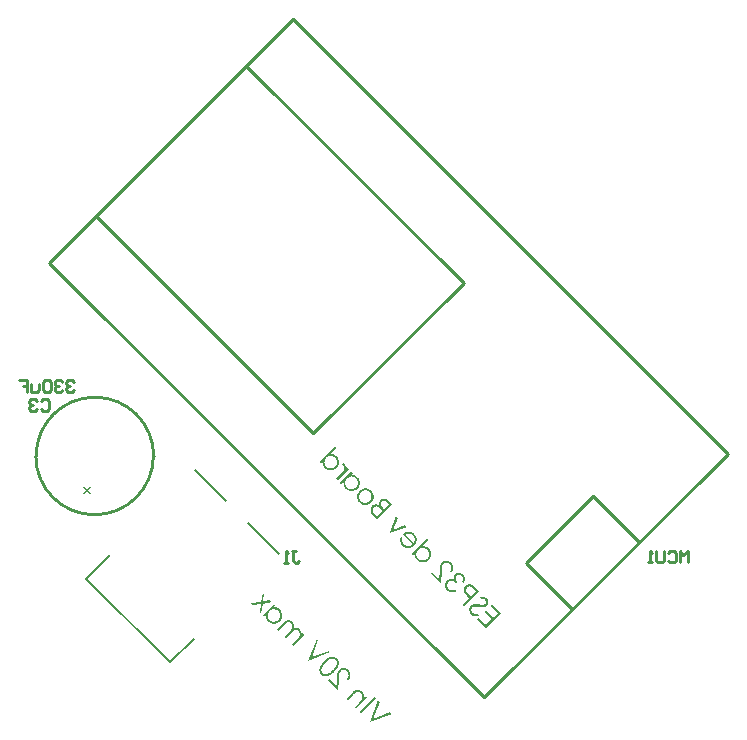
<source format=gbo>
%FSTAX23Y23*%
%MOIN*%
%SFA1B1*%

%IPPOS*%
%ADD14C,0.010000*%
%ADD55C,0.005000*%
%LNesp_board-1*%
%LPD*%
G36*
X03067Y02585D02*
X03058Y02575D01*
X03067Y02565*
X03064Y02562*
X03054Y02572*
X03044Y02562*
X03041Y02565*
X03051Y02575*
X03041Y02585*
X03044Y02588*
X03054Y02578*
X03064Y02588*
X03067Y02585*
G37*
G36*
X03886Y02716D02*
X03865Y02695D01*
X03867Y02695*
X0387*
X03872Y02695*
X03873Y02695*
X03875Y02695*
X03876Y02694*
X03877Y02694*
X03877*
X03877Y02694*
X03879Y02693*
X03881Y02692*
X03883Y02691*
X03884Y0269*
X03886Y02689*
X03887Y02689*
X03887Y02688*
X03889Y02686*
X0389Y02685*
X03891Y02683*
X03892Y02681*
X03893Y0268*
X03893Y02678*
X03894Y02677*
X03894Y02675*
X03895Y02674*
X03895Y02673*
X03895Y02671*
X03895Y0267*
X03895Y0267*
Y02669*
Y02669*
Y02668*
X03895Y02666*
X03895Y02664*
X03894Y02663*
X03894Y02661*
X03893Y02659*
X03893Y02657*
X03892Y02656*
X03891Y02655*
X0389Y02653*
X0389Y02652*
X03889Y02651*
X03888Y02651*
X03888Y0265*
X03887Y0265*
X03887Y02649*
X03887Y02649*
X03886Y02648*
X03884Y02646*
X03882Y02645*
X03881Y02644*
X03879Y02644*
X03877Y02643*
X03876Y02642*
X03874Y02642*
X03873Y02642*
X03872Y02641*
X0387Y02641*
X03869Y02641*
X03869Y02641*
X03868Y02641*
X03868*
X03868*
X03866Y02641*
X03864Y02641*
X03862Y02642*
X0386Y02642*
X03858Y02643*
X03857Y02643*
X03855Y02644*
X03854Y02645*
X03853Y02645*
X03852Y02646*
X03851Y02647*
X0385Y02647*
X03849Y02648*
X03849Y02648*
X03849Y02649*
X03847Y0265*
X03846Y02652*
X03845Y02654*
X03844Y02655*
X03843Y02657*
X03842Y02658*
X03842Y02658*
X03842Y02658*
Y02659*
X03842Y02659*
X03841Y02661*
X03841Y02663*
X03841Y02665*
X03841Y02667*
X03841Y02668*
Y0267*
X03841Y02671*
X03841Y02671*
X03834Y02665*
X0383Y02669*
X03881Y02721*
X03886Y02716*
G37*
G36*
X03909Y02664D02*
X0391Y02664D01*
X03911Y02663*
X03912Y02663*
X03913Y02663*
X03913Y02662*
X03913Y02662*
X03914Y02661*
X03915Y0266*
X03916Y02659*
X03916Y02658*
X03916Y02657*
X03917Y02656*
X03917Y02655*
Y02655*
X03917Y02654*
X03917Y02652*
Y0265*
X03917Y02649*
X03917Y02648*
X03917Y02647*
X03917Y02646*
X03917Y02646*
X03922Y02651*
X03927Y02646*
X0389Y02609*
X03885Y02614*
X03897Y02627*
X03899Y02628*
X03901Y0263*
X03902Y02631*
X03903Y02633*
X03904Y02634*
X03905Y02635*
X03906Y02636*
X03907Y02637*
X03908Y02638*
X03908Y02639*
X03909Y02639*
X03909Y0264*
X03909Y0264*
X03909Y0264*
X03909Y0264*
X0391Y02642*
X03911Y02644*
X03912Y02646*
X03912Y02647*
X03912Y02648*
X03912Y02649*
Y0265*
Y0265*
X03912Y02651*
X03912Y02653*
X03911Y02654*
X03911Y02655*
X0391Y02656*
X0391Y02656*
X0391Y02656*
X03909Y02657*
X03907Y02658*
X03907Y02658*
X03907Y02658*
X03906Y02658*
X03906Y02658*
X03908Y02665*
X03909Y02664*
G37*
G36*
X03941Y02633D02*
X03934Y02626D01*
X03936Y02626*
X03939*
X03941Y02626*
X03942Y02626*
X03944Y02626*
X03945Y02625*
X03946Y02625*
X03946*
X03946Y02625*
X03948Y02624*
X0395Y02623*
X03952Y02622*
X03953Y02621*
X03955Y0262*
X03956Y0262*
X03956Y02619*
X03958Y02617*
X03959Y02616*
X0396Y02614*
X03961Y02612*
X03962Y02611*
X03962Y02609*
X03963Y02608*
X03963Y02606*
X03964Y02605*
X03964Y02603*
X03964Y02602*
X03964Y02601*
X03964Y02601*
Y026*
Y026*
Y02599*
X03964Y02597*
X03964Y02595*
X03964Y02593*
X03963Y02592*
X03962Y0259*
X03962Y02588*
X03961Y02587*
X0396Y02585*
X0396Y02584*
X03959Y02583*
X03958Y02582*
X03957Y02581*
X03957Y02581*
X03957Y0258*
X03956Y0258*
X03956Y0258*
X03955Y02579*
X03953Y02577*
X03951Y02576*
X0395Y02575*
X03948Y02575*
X03946Y02574*
X03945Y02573*
X03943Y02573*
X03942Y02573*
X03941Y02572*
X0394Y02572*
X03939Y02572*
X03938Y02572*
X03937Y02572*
X03937*
X03937*
X03935Y02572*
X03933Y02572*
X03931Y02572*
X03929Y02573*
X03927Y02574*
X03926Y02574*
X03924Y02575*
X03923Y02576*
X03922Y02576*
X03921Y02577*
X0392Y02578*
X03919Y02578*
X03918Y02579*
X03918Y02579*
X03918Y0258*
X03916Y02581*
X03915Y02583*
X03914Y02585*
X03913Y02586*
X03912Y02588*
X03912Y02589*
X03911Y02589*
X03911Y02589*
Y0259*
X03911Y0259*
X03911Y02592*
X0391Y02594*
X0391Y02596*
X0391Y02598*
X0391Y02599*
Y02601*
X0391Y02602*
X0391Y02602*
X03903Y02596*
X03899Y026*
X03936Y02638*
X03941Y02633*
G37*
G36*
X03982Y02581D02*
X03982D01*
X03984*
X03986Y02581*
X03988Y02581*
X0399Y0258*
X03992Y02579*
X03993Y02579*
X03995Y02578*
X03996Y02577*
X03998Y02576*
X03999Y02576*
X04Y02575*
X04001Y02574*
X04001Y02574*
X04002Y02573*
X04002Y02573*
X04004Y02571*
X04005Y0257*
X04006Y02568*
X04007Y02566*
X04008Y02564*
X04008Y02563*
X04009Y02561*
X04009Y0256*
X0401Y02558*
X0401Y02557*
X0401Y02556*
X0401Y02555*
X0401Y02554*
Y02553*
X0401Y02553*
Y02553*
X0401Y02551*
X0401Y02549*
X04009Y02547*
X04009Y02545*
X04008Y02543*
X04007Y02542*
X04006Y02539*
X04005Y02538*
X04004Y02537*
X04004Y02536*
X04003Y02535*
X04003Y02535*
X04002Y02534*
X04002Y02534*
X04002Y02534*
X04Y02533*
X03999Y02531*
X03997Y0253*
X03996Y0253*
X03994Y02529*
X03992Y02528*
X03991Y02528*
X03989Y02527*
X03988Y02527*
X03987Y02526*
X03986Y02526*
X03985Y02526*
X03984*
X03983Y02526*
X03983*
X03983*
X03981Y02526*
X03979Y02526*
X03977Y02527*
X03975Y02527*
X03973Y02528*
X03972Y02528*
X0397Y02529*
X03969Y0253*
X03968Y02531*
X03966Y02531*
X03965Y02532*
X03965Y02533*
X03964Y02533*
X03964Y02534*
X03963Y02534*
X03962Y02536*
X0396Y02537*
X03959Y02539*
X03958Y02541*
X03957Y02542*
X03957Y02544*
X03956Y02546*
X03956Y02547*
X03956Y02548*
X03955Y0255*
X03955Y02551*
X03955Y02552*
X03955Y02553*
Y02553*
Y02554*
Y02554*
X03955Y02556*
X03955Y02558*
X03956Y0256*
X03956Y02561*
X03957Y02563*
X03958Y02565*
X03959Y02566*
X03959Y02567*
X0396Y02569*
X03961Y0257*
X03961Y02571*
X03962Y02571*
X03962Y02572*
X03963Y02573*
X03963Y02573*
X03963Y02573*
X03965Y02574*
X03966Y02575*
X03968Y02576*
X03969Y02577*
X03971Y02578*
X03972Y02579*
X03974Y02579*
X03975Y0258*
X03977Y0258*
X03978Y0258*
X03979Y02581*
X0398Y02581*
X03981Y02581*
X03981Y02581*
X03982*
G37*
G36*
X04046Y02547D02*
X04048Y02547D01*
X04049Y02546*
X0405Y02546*
X0405Y02546*
X04051Y02546*
X04052Y02545*
X04054Y02544*
X04056Y02543*
X04058Y02542*
X04059Y0254*
X0406Y0254*
X0406Y02539*
X04071Y02528*
X04021Y02478*
X04007Y02492*
X04006Y02493*
X04005Y02495*
X04004Y02496*
X04003Y02497*
X04002Y02499*
X04001Y025*
X04001Y02501*
X04Y02503*
X04Y02504*
X04Y02505*
X04Y02506*
X04Y02506*
X04Y02507*
Y02508*
X03999Y02508*
Y02508*
Y02509*
X04Y02511*
X04Y02512*
X04Y02514*
X04001Y02515*
X04001Y02516*
X04002Y02518*
X04003Y0252*
X04004Y02521*
X04004Y02521*
X04005Y02522*
X04005Y02522*
X04005Y02522*
X04005Y02523*
X04006Y02524*
X04008Y02525*
X04009Y02525*
X0401Y02526*
X04011Y02526*
X04011Y02527*
X04012Y02527*
X04012*
X04013Y02527*
X04015Y02528*
X04016Y02528*
X04017Y02528*
X04018Y02528*
X04019*
X04019Y02528*
X0402*
X04021Y02528*
X04023Y02527*
X04024Y02527*
X04026Y02526*
X04027Y02526*
X04028Y02526*
X04029Y02525*
X04029*
X04029Y02525*
X04028Y02527*
X04028Y02529*
X04028Y0253*
Y02532*
X04028Y02533*
X04028Y02533*
X04028Y02534*
X04028Y02534*
X04029Y02536*
X0403Y02537*
X0403Y02539*
X04031Y0254*
X04032Y02541*
X04032Y02542*
X04033Y02542*
X04033Y02542*
X04034Y02543*
X04036Y02544*
X04037Y02545*
X04038Y02546*
X0404Y02546*
X04041Y02546*
X04041Y02547*
X04041Y02547*
X04043Y02547*
X04045Y02547*
X04046Y02547*
G37*
G36*
X04129Y02437D02*
X04131Y02437D01*
X04133Y02436*
X04135Y02436*
X04137Y02435*
X04138Y02434*
X0414Y02433*
X04141Y02433*
X04143Y02432*
X04144Y02431*
X04145Y0243*
X04145Y0243*
X04146Y02429*
X04146Y02429*
X04148Y02427*
X04149Y02425*
X0415Y02423*
X04151Y02422*
X04152Y0242*
X04153Y02418*
X04153Y02416*
X04154Y02415*
X04154Y02413*
X04154Y02412*
X04154Y0241*
Y02409*
Y02408*
Y02408*
X04154Y02407*
Y02407*
X04154Y02405*
X04153Y02404*
X04153Y02402*
X04152Y024*
X04151Y02397*
X04149Y02395*
X04149Y02394*
X04148Y02393*
X04147Y02392*
X04147Y02391*
X04146Y02391*
X04146Y0239*
X04146Y0239*
X04146Y0239*
X04144Y02389*
X04143Y02388*
X04141Y02387*
X0414Y02386*
X04137Y02384*
X04135Y02384*
X04134Y02383*
X04132Y02383*
X04131Y02383*
X0413Y02382*
X04129Y02382*
X04128Y02382*
X04128Y02382*
X04127Y02382*
X04127*
X04125Y02382*
X04123Y02382*
X04121Y02382*
X04119Y02383*
X04118Y02383*
X04116Y02384*
X04114Y02385*
X04113Y02386*
X04112Y02386*
X04111Y02387*
X04109Y02388*
X04109Y02389*
X04108Y02389*
X04107Y0239*
X04107Y0239*
X04106Y02392*
X04104Y02393*
X04103Y02395*
X04102Y02396*
X04102Y02397*
X04101Y02398*
X04101Y02398*
X04101Y02399*
X041Y024*
X041Y02402*
X04099Y02404*
X04099Y02405*
X04099Y02406*
X04099Y02407*
Y02408*
X04099Y02408*
Y0241*
X04099Y02412*
X04099Y02414*
X04099Y02415*
X041Y02417*
X041Y02418*
X041Y02419*
Y02419*
X041Y02419*
X04107Y02417*
X04106Y02415*
X04106Y02413*
X04106Y02412*
X04105Y0241*
Y02409*
Y02408*
Y02408*
Y02408*
X04106Y02406*
X04106Y02405*
X04106Y02404*
X04106Y02403*
X04107Y02402*
X04107Y02401*
X04107Y02401*
X04107Y02401*
X04108Y02399*
X04109Y02398*
X0411Y02397*
X0411Y02396*
X04111Y02395*
X04111Y02395*
X04112Y02394*
X04113Y02393*
X04114Y02392*
X04117Y02391*
X04119Y0239*
X04121Y02389*
X04123Y02389*
X04124Y02388*
X04125Y02388*
X04125Y02388*
X04126*
X04126*
X04126*
X04127Y02388*
X04129Y02389*
X0413Y02389*
X04132Y02389*
X04134Y0239*
X04136Y02391*
X04138Y02393*
X04139Y02393*
X04139Y02394*
X0414Y02394*
X0414Y02394*
X04141Y02395*
X04141Y02395*
X04107Y02428*
X04109Y0243*
X0411Y02431*
X04113Y02433*
X04114Y02434*
X04116Y02434*
X04117Y02435*
X04118Y02435*
X04119Y02436*
X04121Y02436*
X04122Y02436*
X04122Y02436*
X04123Y02437*
X04124Y02437*
X04124Y02437*
X04124*
X04126Y02437*
X04129Y02437*
G37*
G36*
X04091Y02483D02*
X04076Y02443D01*
X04116Y02458*
X04121Y02453*
X04066Y02433*
X04065Y02434*
X04085Y02488*
X04091Y02483*
G37*
G36*
X04253Y0234D02*
X04255Y0234D01*
X04256Y0234*
X04258Y0234*
X04259Y02339*
X0426Y02339*
X04262Y02338*
X04264Y02337*
X04265Y02336*
X04266Y02336*
X04267Y02335*
X04267Y02335*
X04268Y02334*
X04269Y02333*
X0427Y02332*
X04271Y02331*
X04272Y02329*
X04273Y02328*
X04274Y02325*
X04274Y02324*
X04275Y02323*
X04275Y02321*
X04275Y0232*
X04275Y02319*
X04276Y02319*
X04276Y02318*
Y02317*
Y02317*
Y02317*
X04276Y02315*
X04275Y02313*
X04275Y02312*
X04274Y0231*
X04274Y02309*
X04273Y02307*
X04272Y02305*
X04271Y02304*
X04271Y02303*
X0427Y02302*
X0427Y02301*
X04269Y02301*
X04269Y023*
X04269Y023*
X04268Y023*
X04264Y02305*
X04265Y02307*
X04267Y02309*
X04268Y02311*
X04268Y02313*
X04269Y02315*
X04269Y02316*
X04269Y02317*
Y02317*
X04269Y0232*
X04268Y02322*
X04267Y02324*
X04267Y02325*
X04266Y02327*
X04265Y02328*
X04265Y02328*
X04264Y02329*
X04262Y0233*
X04261Y02331*
X04259Y02332*
X04257Y02333*
X04256Y02333*
X04254Y02333*
X04254Y02333*
X04253*
X04251Y02333*
X04249Y02333*
X04247Y02332*
X04246Y02331*
X04244Y0233*
X04244Y0233*
X04243Y02329*
X04243Y02329*
X04243Y02329*
X04243Y02329*
X04242Y02328*
X04241Y02326*
X0424Y02325*
X04239Y02324*
X04239Y02323*
X04238Y02322*
X04238Y02321*
X04238Y02321*
X04238Y0232*
X04238Y02319*
X04237Y02316*
X04237Y02313*
X04237Y02311*
X04237Y02308*
X04237Y02307*
X04237Y02306*
Y02305*
Y02304*
X04237Y02304*
Y02304*
X04235Y02264*
X04201Y02298*
X04206Y02303*
X04229Y0228*
X0423Y02306*
X0423Y02308*
X0423Y0231*
X0423Y02312*
X0423Y02314*
X04231Y02315*
X04231Y02317*
X04231Y02319*
X04231Y02321*
X04231Y02321*
X04232Y02322*
X04232Y02323*
X04232Y02323*
X04232Y02324*
Y02324*
X04232Y02324*
X04233Y02326*
X04234Y02328*
X04235Y0233*
X04236Y02331*
X04237Y02332*
X04237Y02333*
X04238Y02334*
X04238Y02334*
X04238Y02334*
X04238Y02334*
X04239Y02335*
X0424Y02336*
X04243Y02338*
X04245Y02339*
X04248Y02339*
X04249Y0234*
X0425Y0234*
X04251Y0234*
X04251Y0234*
X04252*
X04253*
X04253Y0234*
X04253*
G37*
G36*
X04193Y02409D02*
X04171Y02388D01*
X04174Y02388*
X04176*
X04178Y02388*
X0418Y02388*
X04182Y02388*
X04183Y02388*
X04184Y02387*
X04184*
X04184Y02387*
X04186Y02387*
X04188Y02386*
X0419Y02385*
X04191Y02384*
X04192Y02383*
X04193Y02382*
X04194Y02381*
X04195Y0238*
X04197Y02378*
X04198Y02376*
X04199Y02375*
X04199Y02373*
X042Y02372*
X04201Y0237*
X04201Y02368*
X04201Y02367*
X04201Y02366*
X04202Y02365*
X04202Y02364*
X04202Y02363*
Y02362*
Y02362*
Y02362*
X04202Y0236*
X04202Y02358*
X04201Y02356*
X04201Y02354*
X042Y02352*
X04199Y02351*
X04199Y02349*
X04198Y02348*
X04197Y02347*
X04196Y02346*
X04196Y02345*
X04195Y02344*
X04194Y02343*
X04194Y02343*
X04194Y02343*
X04194Y02342*
X04192Y02341*
X04191Y0234*
X04189Y02339*
X04187Y02338*
X04186Y02337*
X04184Y02336*
X04182Y02336*
X04181Y02335*
X0418Y02335*
X04178Y02335*
X04177Y02334*
X04176Y02334*
X04175Y02334*
X04175Y02334*
X04174*
X04174*
X04172Y02334*
X0417Y02334*
X04168Y02335*
X04167Y02335*
X04165Y02336*
X04163Y02337*
X04162Y02337*
X04161Y02338*
X04159Y02339*
X04158Y02339*
X04157Y0234*
X04157Y02341*
X04156Y02341*
X04156Y02342*
X04155Y02342*
X04154Y02344*
X04152Y02345*
X04151Y02347*
X0415Y02349*
X0415Y0235*
X04149Y02351*
X04149Y02351*
X04149Y02352*
Y02352*
X04149Y02352*
X04148Y02354*
X04148Y02356*
X04148Y02358*
X04147Y0236*
X04147Y02362*
Y02363*
X04147Y02364*
X04147Y02364*
X04141Y02358*
X04136Y02363*
X04188Y02414*
X04193Y02409*
G37*
G36*
X04295Y023D02*
X04296Y023D01*
X04298Y02299*
X04299Y02299*
X04299Y02299*
X04299*
X04299Y02299*
X04301Y02298*
X04303Y02298*
X04305Y02297*
X04306Y02296*
X04307Y02295*
X04308Y02294*
X0431Y02293*
X0431Y02291*
X04312Y02289*
X04313Y02287*
X04314Y02285*
X04314Y02283*
X04314Y02283*
X04314Y02282*
X04314Y02282*
X04314Y02281*
Y02281*
Y02281*
Y02278*
X04314Y02275*
X04313Y02273*
X04313Y02271*
X04312Y02269*
X04311Y02268*
X04311Y02267*
X04311Y02267*
X04311Y02266*
X0431Y02266*
X0431Y02266*
X04305Y02271*
X04306Y02273*
X04307Y02275*
X04307Y02277*
X04307Y02278*
X04307Y0228*
Y0228*
Y02281*
Y02281*
X04307Y02283*
X04307Y02284*
X04306Y02285*
X04305Y02287*
X04305Y02287*
X04304Y02288*
X04304Y02289*
X04302Y0229*
X04301Y02291*
X04299Y02292*
X04298Y02292*
X04296Y02293*
X04296Y02293*
X04295*
X04295Y02293*
X04293Y02293*
X04291Y02292*
X0429Y02292*
X04289Y02291*
X04288Y02291*
X04287Y0229*
X04287Y0229*
X04286Y0229*
X04286Y0229*
X04286Y02289*
X04285Y02288*
X04285Y02287*
X04284Y02286*
X04284Y02285*
X04284Y02285*
X04284Y02285*
Y02284*
X04283Y02283*
X04284Y02282*
X04284Y02281*
X04284Y0228*
X04284Y02279*
X04284Y02278*
X04285Y02277*
X04285Y02277*
X04285Y02276*
X04286Y02274*
X04287Y02273*
X04288Y02272*
X04289Y02271*
X04289Y0227*
X0429Y0227*
X04285Y02265*
X04283Y02267*
X04281Y02269*
X04279Y0227*
X04278Y02271*
X04276Y02271*
X04276Y02272*
X04275Y02272*
X04275Y02272*
X04273Y02273*
X04272Y02273*
X0427Y02273*
X04269*
X04268Y02273*
X04267Y02273*
X04267Y02273*
X04266*
X04265Y02272*
X04264Y02272*
X04262Y02271*
X04261Y0227*
X0426Y0227*
X0426Y02269*
X04259Y02269*
X04259Y02269*
X04258Y02268*
X04258Y02267*
X04257Y02265*
X04256Y02263*
X04255Y02262*
X04255Y0226*
X04255Y02259*
X04255Y02258*
Y02258*
Y02258*
X04255Y02255*
X04256Y02253*
X04257Y02251*
X04258Y02249*
X04259Y02248*
X04259Y02247*
X0426Y02247*
X0426Y02246*
X0426Y02246*
X04262Y02244*
X04264Y02243*
X04266Y02242*
X04268Y02241*
X04269Y02241*
X0427Y02241*
X04271Y02241*
X04271Y02241*
X04273Y02241*
X04275Y02241*
X04276Y02242*
X04278Y02242*
X0428Y02243*
X04281Y02243*
X04281Y02244*
X04282Y02244*
X04282Y02244*
X04282Y02244*
X04287Y02239*
X04285Y02238*
X04284Y02237*
X04282Y02236*
X04281Y02236*
X04279Y02235*
X04278Y02235*
X04276Y02234*
X04275Y02234*
X04274Y02234*
X04273Y02234*
X04272*
X04272Y02234*
X04271*
X04271*
X0427*
X0427*
X04269Y02234*
X04267Y02234*
X04264Y02235*
X04262Y02236*
X0426Y02238*
X04258Y02239*
X04257Y02239*
X04257Y0224*
X04256Y0224*
X04256Y02241*
X04254Y02243*
X04253Y02245*
X04251Y02246*
X04251Y02248*
X0425Y02249*
X04249Y02251*
X04249Y02251*
X04249Y02251*
Y02252*
X04249Y02252*
X04249Y02254*
X04248Y02256*
X04248Y02258*
X04248Y0226*
X04248Y02262*
X04249Y02263*
X04249Y02264*
Y02264*
X04249Y02264*
X0425Y02266*
X0425Y02268*
X04251Y0227*
X04252Y02271*
X04253Y02273*
X04254Y02274*
X04254Y02274*
X04255Y02274*
X04255Y02274*
X04255Y02274*
X04256Y02275*
X04257Y02276*
X04259Y02277*
X04261Y02278*
X04263Y02279*
X04264Y02279*
X04266Y0228*
X04266Y0228*
X04267Y0228*
X04267*
X04267*
X04269Y0228*
X04271Y0228*
X04273Y0228*
X04274Y02279*
X04275Y02279*
X04276Y02279*
X04277Y02278*
X04277*
X04277Y02278*
X04277Y0228*
X04277Y02282*
Y02284*
Y02285*
X04277Y02287*
X04277Y02288*
X04278Y02289*
X04278Y02291*
X04279Y02292*
X0428Y02293*
X0428Y02294*
X04281Y02294*
X04281Y02295*
X04281Y02295*
X04281Y02295*
X04282Y02296*
X04284Y02297*
X04285Y02298*
X04286Y02298*
X04288Y02299*
X04288Y02299*
X04289Y02299*
X04289Y02299*
X04291Y023*
X04293Y023*
X04295*
G37*
G36*
X04332Y02261D02*
X04334Y02261D01*
X04336Y0226*
X04337Y0226*
X04338Y02259*
X04339Y02259*
X04339Y02259*
X04339Y02259*
X04339Y02259*
X0434Y02258*
X04341Y02258*
X04342Y02257*
X04343Y02256*
X04345Y02255*
X04347Y02253*
X04349Y02251*
X04361Y02238*
X04311Y02188*
X04306Y02193*
X04329Y02216*
X04323Y02223*
X04321Y02224*
X0432Y02226*
X04319Y02227*
X04318Y02228*
X04317Y02229*
X04316Y0223*
X04316Y02231*
X04315Y02232*
X04315Y02232*
X04314Y02232*
X04314Y02233*
X04314Y02233*
X04314Y02233*
X04313Y02236*
X04312Y02238*
X04311Y0224*
X04311Y02241*
X04311Y02243*
X04311Y02244*
X04311Y02245*
Y02245*
X04311Y02247*
X04312Y02249*
X04313Y02251*
X04314Y02253*
X04315Y02254*
X04315Y02255*
X04316Y02255*
X04316Y02256*
X04316Y02256*
X04317Y02256*
X04317Y02256*
X04319Y02258*
X04321Y02259*
X04322Y0226*
X04324Y02261*
X04326Y02261*
X04327Y02261*
X04327Y02262*
X04328*
X0433Y02262*
X04332Y02261*
G37*
G36*
X04374Y0222D02*
X04375D01*
X04377Y0222*
X04378Y0222*
X04379Y0222*
X04379Y0222*
X04381Y02219*
X04382Y02218*
X04384Y02217*
X04385Y02217*
X04386Y02216*
X04387Y02215*
X04387Y02215*
X04389Y02213*
X0439Y02212*
X0439Y02211*
X04391Y0221*
X04391Y02208*
X04392Y02208*
X04392Y02207*
X04392Y02207*
X04392Y02205*
X04393Y02204*
X04393Y02202*
X04393Y02201*
X04392Y022*
X04392Y02199*
X04392Y02198*
X04392Y02198*
X04392Y02197*
X04391Y02195*
X0439Y02194*
X04389Y02193*
X04389Y02192*
X04388Y02191*
X04388Y02191*
X04388Y02191*
X04386Y02189*
X04384Y02188*
X04383Y02187*
X04381Y02187*
X0438Y02186*
X04378Y02186*
X04378Y02186*
X04378*
X04377Y02186*
X04377Y02186*
X04376*
X04375*
X04374*
X04371Y02186*
X04369Y02186*
X04366Y02186*
X04365Y02186*
X04364Y02186*
X04364Y02187*
X04363Y02187*
X04363Y02187*
X04363*
X04361Y02187*
X04359Y02187*
X04357Y02187*
X04355Y02187*
X04354Y02188*
X04353*
X04351*
X0435*
X04348Y02187*
X04347Y02187*
X04346Y02187*
X04346*
X04346Y02187*
X04344Y02187*
X04343Y02186*
X04342Y02186*
X04341Y02185*
X0434Y02185*
X0434Y02184*
X04339Y02184*
X04339Y02184*
X04339Y02183*
X04338Y02182*
X04337Y02181*
X04337Y0218*
X04337Y0218*
X04336Y02179*
X04336Y02179*
Y02178*
X04336Y02177*
X04336Y02176*
Y02175*
X04336Y02174*
X04336Y02173*
X04336Y02173*
X04337Y02172*
Y02172*
X04337Y02171*
X04338Y0217*
X04338Y02169*
X04339Y02168*
X04339Y02167*
X0434Y02167*
X0434Y02166*
X04341Y02165*
X04343Y02164*
X04344Y02164*
X04346Y02163*
X04347Y02163*
X04349Y02163*
X04352Y02163*
X04353Y02163*
X04355Y02163*
X04356Y02163*
X04357Y02164*
X04358Y02164*
X04358Y02164*
X04359Y02164*
X04359*
X04361Y02157*
X04357Y02156*
X04354Y02156*
X04352Y02156*
X0435Y02155*
X04348Y02156*
X04347Y02156*
X04346Y02156*
X04346Y02156*
X04346Y02156*
X04343Y02156*
X04341Y02157*
X04339Y02158*
X04338Y02159*
X04337Y0216*
X04336Y02161*
X04335Y02161*
X04335Y02162*
X04334Y02163*
X04333Y02164*
X04331Y02166*
X0433Y02169*
X0433Y02171*
X04329Y02173*
X04329Y02174*
X04329Y02174*
X04329Y02175*
Y02176*
Y02176*
Y02176*
Y02177*
X04329Y02179*
X04329Y0218*
X04329Y02181*
X0433Y02184*
X04331Y02186*
X04332Y02187*
X04333Y02188*
X04333Y02189*
X04333Y02189*
X04334Y02189*
X04334Y02189*
X04334Y0219*
X04336Y02191*
X04337Y02192*
X04339Y02193*
X0434Y02193*
X04342Y02194*
X04343Y02194*
X04344Y02194*
X04344*
X04344Y02195*
X04345Y02195*
X04347Y02195*
X04349Y02195*
X04352*
X04355Y02195*
X04358Y02195*
X04359Y02195*
X0436Y02194*
X0436Y02194*
X04361Y02194*
X04361Y02194*
X04362*
X04363Y02194*
X04365Y02194*
X04366Y02194*
X04367Y02193*
X04369Y02193*
X04369Y02193*
X04371Y02193*
X04372Y02193*
X04373Y02193*
X04373*
X04373*
X04374Y02193*
X04376Y02193*
X04377Y02193*
X04377Y02193*
X04378Y02193*
X04379Y02193*
X04379*
X04379Y02194*
X04381Y02194*
X04382Y02195*
X04382Y02195*
X04383Y02196*
X04383Y02196*
X04383Y02196*
X04384Y02197*
X04384Y02198*
X04385Y02199*
X04385Y022*
X04385Y02201*
X04385Y02202*
Y02202*
Y02203*
X04385Y02204*
X04385Y02205*
X04384Y02206*
X04384Y02207*
X04383Y02208*
X04383Y02209*
X04382Y02209*
X04381Y0221*
X0438Y02211*
X04379Y02211*
X04379Y02212*
X04378Y02212*
X04377Y02212*
X04377Y02213*
X04377*
X04375Y02213*
X04374Y02213*
X04372*
X04371Y02213*
X04369Y02213*
X04368Y02213*
X04367Y02212*
X04367Y02213*
X04367Y02212*
X04366Y0222*
X04369Y0222*
X04371Y0222*
X04374Y0222*
G37*
G36*
X04434Y02166D02*
X04384Y02116D01*
X04355Y02144*
X0436Y02149*
X04383Y02125*
X04403Y02145*
X0438Y02169*
X04385Y02174*
X04408Y0215*
X04424Y02166*
X044Y0219*
X04405Y02195*
X04434Y02166*
G37*
G36*
X03646Y02228D02*
X03642Y02204D01*
X03665Y02208*
X03671Y02202*
X03641Y02197*
X03635Y02164*
X0363Y02169*
X03634Y02196*
X03607Y02192*
X03601Y02198*
X03635Y02203*
X0364Y02233*
X03646Y02228*
G37*
G36*
X03682Y02191D02*
X03676Y02184D01*
X03678Y02184*
X0368*
X03682Y02184*
X03684Y02184*
X03686Y02184*
X03687Y02184*
X03688Y02183*
X03688*
X03688Y02183*
X0369Y02183*
X03692Y02182*
X03694Y02181*
X03695Y0218*
X03696Y02179*
X03697Y02178*
X03698Y02177*
X037Y02176*
X03701Y02174*
X03702Y02172*
X03703Y02171*
X03703Y02169*
X03704Y02167*
X03705Y02166*
X03705Y02164*
X03705Y02163*
X03706Y02162*
X03706Y02161*
X03706Y0216*
X03706Y02159*
Y02158*
Y02158*
Y02158*
X03706Y02156*
X03706Y02154*
X03705Y02152*
X03705Y0215*
X03704Y02148*
X03703Y02147*
X03703Y02145*
X03702Y02144*
X03701Y02143*
X037Y02142*
X037Y02141*
X03699Y0214*
X03699Y02139*
X03698Y02139*
X03698Y02138*
X03698Y02138*
X03696Y02137*
X03695Y02136*
X03693Y02135*
X03691Y02134*
X0369Y02133*
X03688Y02132*
X03687Y02132*
X03685Y02131*
X03684Y02131*
X03682Y0213*
X03681Y0213*
X0368Y0213*
X0368Y0213*
X03679Y0213*
X03679*
X03678*
X03676Y0213*
X03674Y0213*
X03672Y02131*
X03671Y02131*
X03669Y02132*
X03667Y02132*
X03666Y02133*
X03665Y02134*
X03663Y02135*
X03662Y02135*
X03661Y02136*
X03661Y02137*
X0366Y02137*
X0366Y02137*
X03659Y02138*
X03658Y0214*
X03656Y02141*
X03655Y02143*
X03654Y02145*
X03654Y02146*
X03653Y02147*
X03653Y02147*
X03653Y02148*
Y02148*
X03653Y02148*
X03652Y0215*
X03652Y02152*
X03652Y02154*
X03652Y02156*
X03651Y02158*
Y02159*
X03652Y0216*
X03651Y0216*
X03645Y02154*
X0364Y02159*
X03678Y02196*
X03682Y02191*
G37*
G36*
X03728Y02142D02*
X03729Y02142D01*
X03729*
X0373Y02142*
X03731Y02141*
X03733Y0214*
X03735Y0214*
X03736Y02139*
X03737Y02138*
X03738Y02137*
X03738Y02137*
X0374Y02135*
X03741Y02133*
X03742Y02132*
X03743Y0213*
X03743Y02129*
X03744Y02128*
X03744Y02127*
Y02127*
X03744Y02127*
X03744Y02125*
X03744Y02122*
Y0212*
X03744Y02118*
X03744Y02117*
X03743Y02115*
X03743Y02115*
Y02115*
X03743Y02114*
X03743Y02114*
X03745Y02115*
X03746Y02115*
X03747Y02116*
X03749Y02116*
X0375Y02116*
X0375Y02116*
X03751Y02117*
X03751*
X03752*
X03753*
X03754Y02116*
X03755Y02116*
X03756Y02116*
X03757Y02116*
X03757Y02115*
X03758*
X03759Y02115*
X0376Y02114*
X03761Y02114*
X03762Y02113*
X03763Y02112*
X03763Y02112*
X03764Y02111*
X03765Y0211*
X03766Y02108*
X03767Y02107*
X03768Y02105*
X03769Y02104*
X03769Y02103*
X03769Y02102*
Y02102*
X03769Y02102*
X0377Y021*
X0377Y02098*
Y02096*
X0377Y02095*
X03769Y02093*
X03769Y02092*
X03769Y02092*
Y02091*
X03776Y02098*
X0378Y02093*
X03743Y02056*
X03738Y02061*
X03754Y02076*
X03755Y02078*
X03756Y02079*
X03758Y0208*
X03758Y02081*
X03759Y02082*
X0376Y02083*
X03761Y02084*
X03761Y02085*
X03762Y02085*
X03762Y02086*
X03762Y02087*
X03763Y02087*
X03763Y02087*
X03763Y02088*
X03763Y02088*
X03764Y0209*
X03764Y02092*
X03764Y02093*
X03765Y02095*
X03764Y02096*
X03764Y02097*
Y02097*
X03764Y02098*
X03764Y02099*
X03763Y02101*
X03763Y02102*
X03762Y02104*
X03761Y02105*
X03761Y02105*
X0376Y02106*
X03759Y02107*
X03758Y02108*
X03757Y02108*
X03756Y02109*
X03755Y02109*
X03754Y02109*
X03754Y02109*
X03754*
X03752Y02109*
X03751*
X0375Y02109*
X03749Y02109*
X03748Y02109*
X03747Y02109*
X03747Y02109*
X03747Y02108*
X03746Y02108*
X03745Y02108*
X03744Y02107*
X03742Y02105*
X03741Y02104*
X03739Y02102*
X03738Y02102*
X03738Y02101*
X03737Y02101*
X03737Y021*
X03737Y021*
X03737Y021*
X03718Y02081*
X03713Y02086*
X03728Y021*
X03729Y02102*
X0373Y02103*
X03731Y02105*
X03732Y02106*
X03733Y02107*
X03734Y02108*
X03735Y02109*
X03736Y0211*
X03736Y02111*
X03737Y02111*
X03737Y02112*
X03737Y02112*
X03737Y02113*
X03738Y02113*
X03738Y02113*
X03738Y02115*
X03739Y02117*
X03739Y02118*
X03739Y0212*
Y02121*
X03739Y02122*
Y02123*
X03739Y02123*
X03739Y02125*
X03738Y02126*
X03737Y02128*
X03737Y02129*
X03736Y0213*
X03735Y02131*
X03735Y02131*
X03734Y02132*
X03733Y02133*
X03731Y02134*
X03731Y02134*
X0373Y02134*
X03729Y02135*
X03729Y02135*
X03728*
X03727Y02135*
X03726*
X03725Y02135*
X03724Y02135*
X03723Y02134*
X03722Y02134*
X03722Y02134*
X03722Y02134*
X03721Y02134*
X03721Y02133*
X03719Y02132*
X03718Y02131*
X03716Y0213*
X03715Y02129*
X03714Y02128*
X03714Y02128*
X03713Y02127*
X03713Y02127*
X03713Y02127*
X03713Y02127*
X03693Y02107*
X03688Y02111*
X03708Y02132*
X03709Y02133*
X03711Y02134*
X03712Y02135*
X03713Y02136*
X03714Y02137*
X03715Y02137*
X03716Y02138*
X03716Y02139*
X03717Y02139*
X03718Y0214*
X03719Y0214*
X03719Y0214*
X03719Y0214*
X0372Y0214*
X0372Y02141*
X03722Y02141*
X03723Y02142*
X03725Y02142*
X03727Y02142*
X03728*
G37*
G36*
X03826Y02074D02*
X03804Y02018D01*
X0386Y0204*
X03865Y02035*
X03793Y02006*
X03792Y02007*
X03821Y02079*
X03826Y02074*
G37*
G36*
X03911Y01983D02*
X03912Y01983D01*
X03914Y01982*
X03915Y01982*
X03917Y01982*
X03918Y01981*
X03919Y01981*
X03922Y01979*
X03923Y01979*
X03924Y01978*
X03924Y01977*
X03925Y01977*
X03926Y01977*
X03926Y01976*
X03928Y01974*
X03929Y01973*
X03929Y01972*
X0393Y0197*
X03932Y01967*
X03932Y01966*
X03932Y01965*
X03933Y01964*
X03933Y01963*
X03933Y01962*
X03933Y01961*
X03933Y0196*
Y0196*
Y01959*
Y01959*
X03933Y01957*
X03933Y01956*
X03933Y01954*
X03932Y01953*
X03932Y01951*
X03931Y0195*
X0393Y01947*
X03929Y01946*
X03928Y01945*
X03928Y01944*
X03927Y01944*
X03927Y01943*
X03926Y01943*
X03926Y01942*
X03926Y01942*
X03921Y01947*
X03923Y01949*
X03924Y01952*
X03925Y01954*
X03926Y01956*
X03926Y01957*
X03927Y01958*
X03927Y01959*
Y0196*
X03926Y01962*
X03926Y01964*
X03925Y01966*
X03924Y01968*
X03923Y01969*
X03923Y0197*
X03922Y0197*
X03922Y01971*
X0392Y01972*
X03918Y01974*
X03916Y01974*
X03915Y01975*
X03913Y01975*
X03912Y01975*
X03911Y01976*
X03911*
X03909Y01975*
X03907Y01975*
X03905Y01974*
X03903Y01974*
X03902Y01973*
X03901Y01972*
X03901Y01972*
X03901Y01972*
X039Y01971*
X039Y01971*
X03899Y0197*
X03898Y01969*
X03897Y01967*
X03897Y01966*
X03896Y01965*
X03896Y01964*
X03896Y01963*
X03896Y01963*
X03896Y01962*
X03895Y01961*
X03895Y01959*
X03895Y01956*
X03894Y01953*
X03894Y0195*
X03894Y01949*
X03894Y01948*
Y01947*
Y01947*
X03894Y01946*
Y01946*
X03893Y01906*
X03858Y01941*
X03863Y01945*
X03887Y01922*
X03887Y01948*
X03888Y0195*
X03888Y01952*
X03888Y01954*
X03888Y01956*
X03888Y01958*
X03888Y01959*
X03889Y01962*
X03889Y01963*
X03889Y01964*
X03889Y01964*
X03889Y01965*
X0389Y01966*
X0389Y01966*
Y01966*
X0389Y01966*
X0389Y01968*
X03891Y0197*
X03892Y01972*
X03893Y01973*
X03894Y01975*
X03895Y01976*
X03895Y01976*
X03895Y01976*
X03896Y01976*
X03896Y01976*
X03897Y01977*
X03898Y01978*
X03901Y0198*
X03903Y01981*
X03905Y01982*
X03906Y01982*
X03907Y01982*
X03908Y01982*
X03909Y01983*
X0391*
X0391*
X0391Y01983*
X03911*
G37*
G36*
X03874Y0202D02*
X03875Y0202D01*
X03876Y0202*
X03876Y0202*
X03877Y0202*
X03877Y0202*
X03879Y02019*
X03881Y02018*
X03883Y02017*
X03885Y02016*
X03886Y02015*
X03887Y02015*
X03887Y02015*
X03888Y02014*
X03888Y02014*
X0389Y02012*
X03891Y0201*
X03892Y02008*
X03893Y02006*
X03894Y02005*
X03894Y02003*
X03894Y02003*
X03894Y02002*
X03894Y02002*
X03894Y02002*
X03894Y02*
X03894Y01997*
X03894Y01995*
X03894Y01993*
X03893Y01991*
X03893Y0199*
X03893Y01989*
X03892Y01989*
X03892Y01988*
X03892Y01988*
X03892Y01988*
X03891Y01986*
X0389Y01985*
X03889Y01982*
X03886Y01979*
X03884Y01976*
X03883Y01975*
X03882Y01974*
X03881Y01973*
X0388Y01972*
X0388Y01971*
X03879Y01971*
X03879Y01971*
X03879Y0197*
X03877Y01969*
X03875Y01967*
X03873Y01966*
X03872Y01964*
X0387Y01963*
X03869Y01962*
X03868Y01961*
X03866Y0196*
X03865Y0196*
X03864Y01959*
X03863Y01958*
X03863Y01958*
X03862Y01958*
X03862Y01957*
X03861Y01957*
X03861Y01957*
X03858Y01956*
X03856Y01955*
X03853Y01955*
X03851Y01955*
X03849Y01955*
X03848Y01955*
X03847Y01955*
X03847Y01955*
X03847Y01955*
X03845Y01956*
X03842Y01956*
X03841Y01957*
X03839Y01958*
X03837Y01959*
X03837Y0196*
X03836Y0196*
X03836Y01961*
X03836Y01961*
X03834Y01963*
X03833Y01965*
X03831Y01967*
X03831Y01969*
X0383Y0197*
X0383Y01971*
X0383Y01972*
X03829Y01972*
X0383Y01973*
X03829Y01973*
X03829Y01975*
X03829Y01978*
X0383Y0198*
X0383Y01983*
X03831Y01984*
X03831Y01985*
X03831Y01986*
X03831Y01987*
X03831Y01987*
X03832Y01987*
X03832Y01987*
X03832Y01989*
X03833Y0199*
X03835Y01993*
X03837Y01996*
X03839Y01999*
X0384Y02*
X03841Y02001*
X03842Y02002*
X03843Y02003*
X03844Y02004*
X03844Y02004*
X03844Y02005*
X03844Y02005*
X03846Y02007*
X03848Y02008*
X0385Y0201*
X03851Y02011*
X03853Y02012*
X03854Y02013*
X03856Y02014*
X03857Y02015*
X03858Y02015*
X03859Y02016*
X0386Y02017*
X03861Y02017*
X03861Y02017*
X03862Y02017*
X03862Y02018*
X03862Y02018*
X03865Y02019*
X03868Y02019*
X0387Y0202*
X03872Y0202*
X03874*
G37*
G36*
X03959Y0191D02*
X0396Y0191D01*
X03961Y0191*
X03961Y0191*
X03963Y01909*
X03965Y01908*
X03967Y01907*
X03968Y01907*
X03969Y01906*
X0397Y01905*
X03971Y01904*
X03972Y01903*
X03974Y01901*
X03974Y019*
X03975Y01898*
X03976Y01897*
X03976Y01896*
X03976Y01895*
Y01895*
X03977Y01895*
X03977Y01893*
X03977Y01891*
X03977Y01889*
Y01887*
X03977Y01885*
X03977Y01884*
X03977Y01883*
X03977Y01883*
X03984Y01889*
X03989Y01885*
X03951Y01848*
X03947Y01852*
X0396Y01866*
X03962Y01867*
X03963Y01868*
X03964Y0187*
X03965Y01871*
X03966Y01872*
X03966Y01873*
X03967Y01873*
X03968Y01874*
X03968Y01875*
X03969Y01875*
X03969Y01876*
X03969Y01876*
X0397Y01876*
X0397Y01877*
X03971Y01879*
X03971Y01881*
X03972Y01883*
X03972Y01884*
X03972Y01886*
Y01887*
Y01888*
Y01888*
X03972Y01891*
X03971Y01893*
X03971Y01894*
X0397Y01896*
X03969Y01897*
X03968Y01898*
X03968Y01899*
X03967Y01899*
X03966Y019*
X03965Y01901*
X03963Y01902*
X03962Y01903*
X03961Y01903*
X0396Y01903*
X0396Y01903*
X03959*
X03958Y01903*
X03956Y01903*
X03955Y01903*
X03953Y01902*
X03952Y01902*
X03951Y01901*
X03951Y01901*
X03951*
X03951Y01901*
X0395Y01901*
X03949Y019*
X03948Y01899*
X03947Y01898*
X03945Y01896*
X03944Y01895*
X03943Y01894*
X03943Y01894*
X03942Y01894*
X03942Y01893*
X03942Y01893*
X03942Y01893*
X03924Y01875*
X03919Y0188*
X03938Y01899*
X0394Y019*
X03941Y01902*
X03942Y01903*
X03943Y01904*
X03944Y01905*
X03945Y01905*
X03946Y01906*
X03947Y01907*
X03948Y01907*
X03949Y01908*
X03949Y01908*
X0395Y01908*
X0395Y01908*
X03951Y01909*
X03951*
X03951Y01909*
X03953Y01909*
X03955Y0191*
X03956Y0191*
X03958Y0191*
X03959Y0191*
G37*
G36*
X04018Y01882D02*
X03967Y01832D01*
X03962Y01837*
X04013Y01887*
X04018Y01882*
G37*
G36*
X04031Y01869D02*
X04009Y01813D01*
X04064Y01835*
X0407Y0183*
X03998Y01801*
X03997Y01802*
X04025Y01874*
X04031Y01869*
G37*
%LNesp_board-2*%
%LPC*%
G36*
X03868Y0269D02*
X03866Y0269D01*
X03865Y02689*
X03863Y02689*
X03862Y02689*
X03859Y02688*
X03857Y02686*
X03855Y02685*
X03854Y02685*
X03854Y02684*
X03853Y02684*
X03853Y02683*
X03853Y02683*
X03853Y02683*
X03851Y02681*
X0385Y0268*
X03849Y02678*
X03848Y02677*
X03848Y02676*
X03847Y02675*
X03847Y02674*
Y02674*
X03847Y02674*
X03847Y02672*
X03846Y0267*
Y02668*
X03846Y02666*
X03847Y02665*
X03847Y02664*
X03847Y02663*
Y02663*
X03847Y02663*
X03848Y02661*
X03849Y02659*
X03849Y02658*
X0385Y02656*
X03851Y02655*
X03852Y02654*
X03852Y02653*
X03854Y02652*
X03856Y02651*
X03857Y0265*
X03859Y02649*
X0386Y02649*
X03861Y02648*
X03861Y02648*
X03862*
X03862Y02648*
X03864Y02648*
X03866Y02648*
X03867*
X03869Y02648*
X03871Y02648*
X03872Y02648*
X03872Y02648*
X03873Y02648*
X03875Y02649*
X03876Y0265*
X03878Y02651*
X03879Y02652*
X03881Y02653*
X03881Y02653*
X03882Y02653*
X03882Y02654*
X03882Y02654*
X03882Y02654*
X03883Y02655*
X03885Y02657*
X03886Y02659*
X03886Y0266*
X03887Y02661*
X03887Y02662*
X03888Y02663*
X03888Y02663*
X03888Y02665*
X03888Y02667*
X03888Y02669*
X03888Y02671*
X03888Y02672*
X03888Y02673*
X03888Y02674*
X03888Y02674*
X03887Y02676*
X03886Y02678*
X03885Y0268*
X03885Y02681*
X03884Y02682*
X03883Y02683*
X03882Y02684*
X03881Y02685*
X0388Y02686*
X03877Y02687*
X03875Y02688*
X03873Y02689*
X03872Y02689*
X03871Y02689*
X0387Y0269*
X03869Y0269*
X03868*
X03868Y0269*
X03868*
X03868*
G37*
G36*
X03937Y02621D02*
X03935Y02621D01*
X03934Y0262*
X03932Y0262*
X03931Y0262*
X03928Y02619*
X03926Y02617*
X03924Y02616*
X03923Y02616*
X03923Y02615*
X03922Y02615*
X03922Y02614*
X03922Y02614*
X03922Y02614*
X0392Y02612*
X03919Y02611*
X03918Y02609*
X03917Y02608*
X03917Y02607*
X03916Y02606*
X03916Y02605*
Y02605*
X03916Y02605*
X03916Y02603*
X03915Y02601*
Y02599*
X03915Y02597*
X03916Y02596*
X03916Y02595*
X03916Y02594*
Y02594*
X03916Y02594*
X03917Y02592*
X03918Y0259*
X03918Y02588*
X03919Y02587*
X0392Y02586*
X03921Y02585*
X03921Y02584*
X03923Y02583*
X03925Y02582*
X03926Y02581*
X03928Y0258*
X03929Y0258*
X0393Y02579*
X03931Y02579*
X03931*
X03931Y02579*
X03933Y02579*
X03935Y02579*
X03937*
X03938Y02579*
X0394Y02579*
X03941Y02579*
X03941Y02579*
X03942Y02579*
X03944Y0258*
X03946Y02581*
X03947Y02582*
X03949Y02583*
X0395Y02583*
X0395Y02584*
X03951Y02584*
X03951Y02585*
X03951Y02585*
X03951Y02585*
X03953Y02586*
X03954Y02588*
X03955Y0259*
X03955Y02591*
X03956Y02592*
X03956Y02593*
X03957Y02594*
X03957Y02594*
X03957Y02596*
X03957Y02598*
Y026*
X03957Y02602*
X03957Y02603*
X03957Y02604*
X03957Y02605*
X03957Y02605*
X03956Y02607*
X03955Y02609*
X03955Y0261*
X03954Y02612*
X03953Y02613*
X03952Y02614*
X03951Y02614*
X0395Y02616*
X03949Y02617*
X03947Y02618*
X03944Y02619*
X03942Y0262*
X03941Y0262*
X0394Y0262*
X03939Y0262*
X03938Y02621*
X03937*
X03937Y02621*
X03937*
X03937*
G37*
G36*
X03983Y02574D02*
X03981Y02574D01*
X0398Y02574*
X03978Y02574*
X03977Y02573*
X03974Y02572*
X03972Y02571*
X0397Y0257*
X0397Y02569*
X03969Y02569*
X03968Y02568*
X03968Y02568*
X03968Y02568*
X03968Y02568*
X03966Y02566*
X03965Y02565*
X03964Y02563*
X03964Y02562*
X03963Y0256*
X03963Y02559*
X03962Y02559*
Y02558*
X03962Y02558*
X03962Y02556*
X03962Y02554*
X03962Y02553*
X03962Y02551*
X03962Y0255*
X03962Y02549*
X03962Y02548*
Y02548*
X03962Y02548*
X03963Y02546*
X03964Y02544*
X03965Y02543*
X03966Y02541*
X03966Y0254*
X03967Y02539*
X03968Y02539*
X03969Y02537*
X03971Y02536*
X03972Y02535*
X03974Y02534*
X03975Y02534*
X03976Y02533*
X03977Y02533*
X03977*
X03977Y02533*
X03979Y02533*
X03981Y02533*
X03982*
X03984Y02533*
X03985Y02533*
X03986Y02533*
X03987Y02533*
X03987Y02533*
X03989Y02534*
X03991Y02535*
X03993Y02536*
X03994Y02537*
X03995Y02537*
X03996Y02538*
X03996Y02538*
X03997Y02539*
X03997Y02539*
X03997Y02539*
X03998Y0254*
X03999Y02541*
X04Y02544*
X04002Y02546*
X04002Y02549*
X04003Y0255*
X04003Y02551*
X04003Y02551*
X04003Y02552*
Y02553*
Y02553*
X04003Y02554*
Y02554*
X04003Y02555*
X04003Y02557*
X04003Y02558*
X04002Y0256*
X04002Y02561*
X04001Y02562*
X04Y02564*
X03999Y02566*
X03999Y02567*
X03998Y02567*
X03998Y02568*
X03997Y02568*
X03996Y02569*
X03995Y0257*
X03994Y02571*
X03993Y02572*
X0399Y02573*
X03988Y02574*
X03986Y02574*
X03985Y02574*
X03984Y02574*
X03984*
X03983Y02574*
X03983*
X03983*
G37*
G36*
X04044Y0254D02*
X04043Y0254D01*
X04042Y02539*
X0404Y02539*
X04039Y02538*
X04039Y02537*
X04038Y02537*
X04038Y02537*
X04038Y02537*
X04037Y02536*
X04036Y02535*
X04036Y02534*
X04035Y02533*
X04035Y02532*
X04035Y02531*
X04035Y02531*
Y02531*
X04035Y0253*
X04035Y02528*
X04035Y02527*
X04035Y02526*
X04035Y02525*
X04035Y02524*
X04036Y02524*
Y02524*
X04036Y02522*
X04037Y02521*
X04038Y0252*
X0404Y02518*
X04041Y02517*
X04042Y02516*
X04045Y02512*
X04061Y02529*
X04055Y02534*
X04054Y02536*
X04052Y02537*
X0405Y02538*
X04049Y02539*
X04047Y02539*
X04047Y0254*
X04046Y0254*
X04046*
X04044*
G37*
G36*
X04018Y02521D02*
X04017Y02521D01*
X04015Y0252*
X04014Y0252*
X04013Y02519*
X04012Y02518*
X04011Y02518*
X0401Y02517*
X0401Y02517*
X0401Y02517*
X04009Y02516*
X04009Y02515*
X04008Y02514*
X04008Y02513*
X04007Y02512*
X04007Y02511*
X04007Y02511*
Y02511*
X04007Y02509*
Y02508*
X04007Y02507*
X04007Y02506*
X04007Y02505*
X04007Y02504*
X04008Y02503*
Y02503*
X04008Y02502*
X04009Y025*
X04011Y02499*
X04012Y02497*
X04013Y02496*
X04013Y02496*
X04021Y02488*
X0404Y02507*
X04035Y02512*
X04034Y02513*
X04033Y02514*
X04032Y02515*
X04032Y02516*
X04031Y02516*
X0403Y02517*
X04029Y02518*
X04028Y02518*
X04028Y02518*
X04028Y02518*
X04026Y02519*
X04024Y0252*
X04023Y02521*
X04021Y02521*
X0402Y02521*
X04019*
X04019*
X04018*
G37*
G36*
X04126Y0243D02*
X04126Y0243D01*
X04125*
X04124Y0243*
X04122Y0243*
X04121Y02429*
X04119Y02429*
X04118Y02428*
X04117Y02428*
X04117Y02427*
X04117*
X04116Y02427*
X04144Y02399*
X04145Y02402*
X04146Y02404*
X04147Y02406*
X04147Y02408*
X04148Y02409*
X04148Y0241*
Y02411*
Y02411*
X04147Y02413*
X04147Y02414*
X04147Y02417*
X04146Y02419*
X04145Y02421*
X04144Y02422*
X04143Y02423*
X04143Y02423*
X04142Y02424*
X04142Y02424*
X0414Y02426*
X04139Y02427*
X04138Y02427*
X04137Y02428*
X04136Y02429*
X04135Y02429*
X04134Y02429*
X04134Y02429*
X04132Y0243*
X04131Y0243*
X04129Y0243*
X04128Y0243*
X04127*
X04126*
G37*
G36*
X04174Y02383D02*
X04173Y02383D01*
X04171Y02383*
X0417Y02382*
X04168Y02382*
X04166Y02381*
X04164Y0238*
X04162Y02379*
X04161Y02378*
X0416Y02377*
X0416Y02377*
X0416Y02377*
X04159Y02377*
X04159Y02376*
X04158Y02375*
X04157Y02373*
X04156Y02372*
X04155Y0237*
X04154Y02369*
X04154Y02368*
X04154Y02367*
Y02367*
X04154Y02367*
X04153Y02365*
X04153Y02363*
Y02361*
X04153Y0236*
X04153Y02358*
X04153Y02357*
X04154Y02356*
Y02356*
X04154Y02356*
X04154Y02354*
X04155Y02352*
X04156Y02351*
X04157Y02349*
X04158Y02348*
X04158Y02348*
X04159Y02347*
X04161Y02346*
X04162Y02344*
X04164Y02343*
X04165Y02343*
X04166Y02342*
X04167Y02342*
X04168Y02342*
X04168*
X04168Y02341*
X0417Y02341*
X04172Y02341*
X04174*
X04176Y02341*
X04177Y02341*
X04178Y02341*
X04179Y02342*
X04179Y02342*
X04181Y02342*
X04183Y02343*
X04185Y02344*
X04186Y02345*
X04187Y02346*
X04188Y02347*
X04188Y02347*
X04189Y02347*
X04189Y02347*
X04189Y02347*
X0419Y02349*
X04191Y0235*
X04192Y02352*
X04193Y02353*
X04194Y02355*
X04194Y02356*
X04194Y02356*
X04194Y02357*
X04195Y02359*
X04195Y02361*
X04195Y02363*
X04195Y02364*
X04195Y02366*
X04195Y02367*
X04195Y02367*
X04194Y02367*
X04194Y02369*
X04193Y02371*
X04192Y02373*
X04191Y02374*
X0419Y02375*
X0419Y02376*
X04189Y02377*
X04188Y02378*
X04187Y02379*
X04184Y0238*
X04182Y02382*
X04179Y02382*
X04178Y02383*
X04177Y02383*
X04176Y02383*
X04176Y02383*
X04175*
X04175Y02383*
X04174*
X04174*
G37*
G36*
X04331Y02254D02*
X0433Y02254D01*
X04329*
X04328*
X04328Y02254*
X04328*
X04327Y02254*
X04325Y02253*
X04324Y02253*
X04323Y02252*
X04323Y02252*
X04322Y02251*
X04322Y02251*
X04322Y02251*
X04321Y0225*
X0432Y02249*
X0432Y02248*
X04319Y02247*
X04319Y02246*
X04319Y02245*
X04318Y02245*
Y02245*
X04318Y02243*
Y02242*
X04318Y02241*
X04319Y0224*
X04319Y02239*
X04319Y02238*
X04319Y02238*
Y02238*
X0432Y02237*
X04321Y02235*
X04322Y02234*
X04323Y02233*
X04324Y02231*
X04325Y0223*
X04326Y0223*
X04334Y02221*
X04352Y02238*
X04341Y02249*
X04339Y0225*
X04338Y02251*
X04337Y02252*
X04336Y02253*
X04335Y02253*
X04335Y02253*
X04334*
X04333Y02254*
X04332Y02254*
X04331Y02254*
G37*
G36*
X03678Y02179D02*
X03677Y02179D01*
X03675Y02179*
X03674Y02178*
X03672Y02178*
X0367Y02177*
X03668Y02176*
X03666Y02174*
X03665Y02174*
X03664Y02173*
X03664Y02173*
X03664Y02173*
X03663Y02172*
X03663Y02172*
X03662Y02171*
X03661Y02169*
X0366Y02167*
X03659Y02166*
X03658Y02165*
X03658Y02164*
X03658Y02163*
Y02163*
X03658Y02163*
X03657Y02161*
X03657Y02159*
Y02157*
X03657Y02156*
X03657Y02154*
X03657Y02153*
X03658Y02152*
Y02152*
X03658Y02152*
X03658Y0215*
X03659Y02148*
X0366Y02147*
X03661Y02145*
X03662Y02144*
X03663Y02143*
X03663Y02143*
X03665Y02141*
X03666Y0214*
X03668Y02139*
X03669Y02139*
X03671Y02138*
X03672Y02138*
X03672Y02137*
X03672*
X03672Y02137*
X03674Y02137*
X03676Y02137*
X03678*
X0368Y02137*
X03681Y02137*
X03682Y02137*
X03683Y02137*
X03683Y02138*
X03685Y02138*
X03687Y02139*
X03689Y0214*
X0369Y02141*
X03691Y02142*
X03692Y02142*
X03693Y02143*
X03693Y02143*
X03693Y02143*
X03693Y02143*
X03694Y02145*
X03695Y02146*
X03696Y02148*
X03697Y02149*
X03698Y02151*
X03698Y02152*
X03698Y02152*
X03698Y02152*
X03699Y02155*
X03699Y02157*
Y02158*
X03699Y0216*
X03699Y02161*
X03699Y02162*
X03699Y02163*
X03699Y02163*
X03698Y02165*
X03697Y02167*
X03696Y02169*
X03695Y0217*
X03695Y02171*
X03694Y02172*
X03693Y02173*
X03692Y02174*
X03691Y02175*
X03688Y02176*
X03686Y02177*
X03683Y02178*
X03682Y02178*
X03681Y02179*
X03681Y02179*
X0368Y02179*
X03679*
X03679Y02179*
X03679*
X03678*
G37*
G36*
X03873Y02013D02*
X03871Y02013D01*
X03869Y02013*
X03867Y02012*
X03866Y02012*
X03864Y02011*
X03864Y02011*
X03864Y02011*
X03863Y02011*
X03863Y02011*
X03861Y02009*
X03858Y02008*
X03856Y02006*
X03854Y02004*
X03853Y02003*
X03852Y02003*
X03851Y02002*
X0385Y02001*
X0385Y02001*
X03849Y02*
X03849Y02*
X03849Y02*
X03846Y01997*
X03844Y01995*
X03843Y01993*
X03842Y01992*
X03841Y01991*
X03841Y0199*
X0384Y01989*
X0384Y01988*
X03839Y01987*
X03839Y01986*
X03838Y01986*
X03838Y01985*
X03838Y01985*
X03838Y01985*
X03837Y01983*
X03837Y01981*
X03836Y01979*
X03836Y01977*
X03836Y01976*
Y01975*
Y01974*
X03836Y01974*
X03836Y01972*
X03837Y01971*
X03837Y01969*
X03838Y01968*
X03839Y01967*
X03839Y01966*
X0384Y01966*
X03841Y01965*
X03843Y01964*
X03844Y01963*
X03845Y01963*
X03847Y01962*
X03848Y01962*
X03848Y01962*
X03848Y01962*
X0385Y01962*
X03852Y01962*
X03854Y01962*
X03856Y01962*
X03857Y01963*
X03859Y01963*
X03859Y01964*
X03859Y01964*
X03859*
X0386Y01964*
X03861Y01964*
X03862Y01965*
X03864Y01967*
X03867Y01969*
X03869Y01971*
X0387Y01972*
X03871Y01972*
X03872Y01973*
X03873Y01974*
X03873Y01974*
X03874Y01975*
X03874Y01975*
X03874Y01975*
X03875Y01977*
X03877Y01978*
X03878Y0198*
X03879Y01981*
X0388Y01982*
X03881Y01984*
X03882Y01985*
X03883Y01986*
X03883Y01986*
X03884Y01987*
X03884Y01988*
X03885Y01989*
X03885Y01989*
X03885Y01989*
X03885Y01989*
X03885Y0199*
X03886Y01992*
X03887Y01994*
X03887Y01996*
X03887Y01997*
X03888Y01999*
Y02*
Y02*
X03887Y02001*
X03887Y02003*
X03887Y02004*
X03886Y02006*
X03885Y02007*
X03885Y02008*
X03884Y02009*
X03883Y02009*
X03882Y0201*
X03881Y02011*
X03879Y02012*
X03878Y02013*
X03877Y02013*
X03876Y02013*
X03875Y02013*
X03875Y02013*
X03873Y02013*
G37*
%LNesp_board-3*%
%LPD*%
G54D14*
X03277Y02689D02*
D01*
D01*
G75*
G03X02884I-00196J0D01*
G74*G01*
D01*
G75*
G03X03277I00196J0D01*
G74*G01*
X02929Y03332D02*
X03742Y04145D01*
X02929Y03332D02*
X04377Y01884D01*
X03742Y04145D02*
X0519Y02697D01*
X04377Y01884D02*
X0519Y02697D01*
X04742Y02555D02*
X04895Y02402D01*
X04519Y02332D02*
X04742Y02555D01*
X04519Y02332D02*
X04672Y02179D01*
X03586Y03989D02*
X0431Y03265D01*
X03809Y02764D02*
X0431Y03265D01*
X03085Y03488D02*
X03809Y02764D01*
X05057Y02334D02*
Y02373D01*
X05043Y0236*
X0503Y02373*
Y02334*
X04991Y02366D02*
X04997Y02373D01*
X05011*
X05017Y02366*
Y0234*
X05011Y02334*
X04997*
X04991Y0234*
X04978Y02373D02*
Y0234D01*
X04971Y02334*
X04958*
X04952Y0234*
Y02373*
X04938Y02334D02*
X04925D01*
X04932*
Y02373*
X04938Y02366*
X029Y02872D02*
X02907Y02879D01*
X0292*
X02927Y02872*
Y02846*
X0292Y0284*
X02907*
X029Y02846*
X02887Y02872D02*
X02881Y02879D01*
X02867*
X02861Y02872*
Y02866*
X02867Y02859*
X02874*
X02867*
X02861Y02853*
Y02846*
X02867Y0284*
X02881*
X02887Y02846*
X03013Y02934D02*
X03006Y02941D01*
X02993*
X02986Y02934*
Y02928*
X02993Y02921*
X02999*
X02993*
X02986Y02915*
Y02908*
X02993Y02902*
X03006*
X03013Y02908*
X02973Y02934D02*
X02967Y02941D01*
X02953*
X02947Y02934*
Y02928*
X02953Y02921*
X0296*
X02953*
X02947Y02915*
Y02908*
X02953Y02902*
X02967*
X02973Y02908*
X02934Y02934D02*
X02927Y02941D01*
X02914*
X02908Y02934*
Y02908*
X02914Y02902*
X02927*
X02934Y02908*
Y02934*
X02894Y02928D02*
Y02908D01*
X02888Y02902*
X02868*
Y02928*
X02829Y02941D02*
X02855D01*
Y02921*
X02842*
X02855*
Y02902*
X03737Y02371D02*
X0375D01*
X03743*
Y02338*
X0375Y02332*
X03756*
X03763Y02338*
X03724Y02332D02*
X0371D01*
X03717*
Y02371*
X03724Y02364*
G54D55*
X03053Y0228D02*
X03332Y02001D01*
X03053Y0228D02*
X03132Y02359D01*
X03332Y02001D02*
X03411Y0208D01*
X03592Y02465D02*
X03694Y02363D01*
X03415Y02642D02*
X03517Y0254D01*
M02*
</source>
